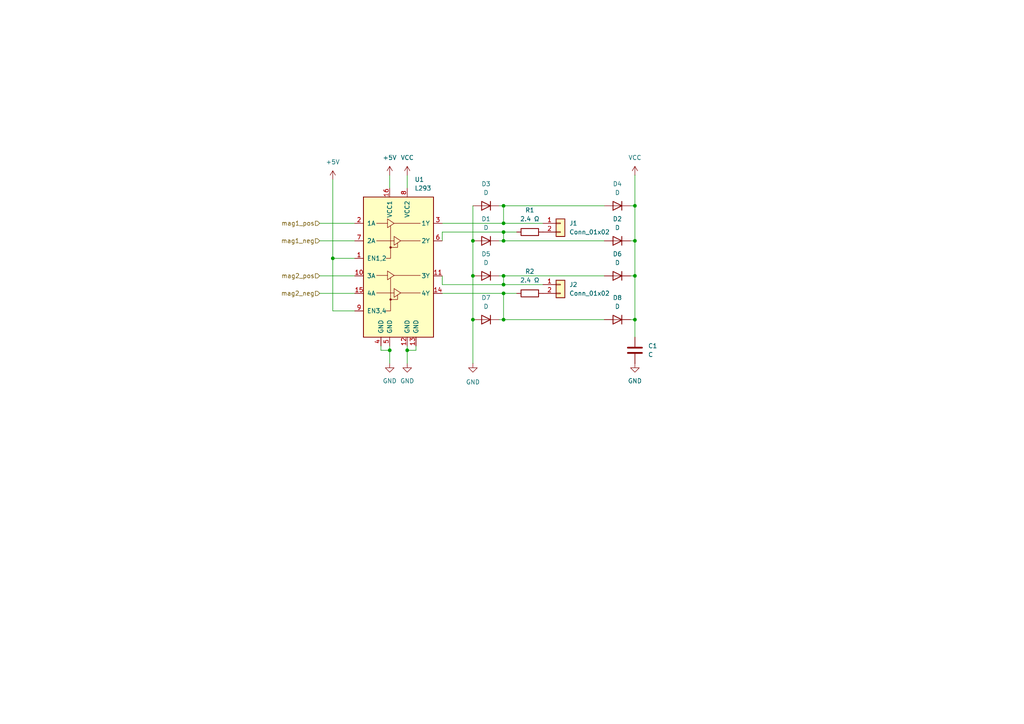
<source format=kicad_sch>
(kicad_sch (version 20250114) (generator "eeschema") (generator_version "9.0")
  (paper "A4")
  (lib_symbols
    (symbol "Connector_Generic:Conn_01x02" (pin_names (offset 1.016) (hide yes))
      (property "Reference" "J" (at 0 2.54 0))
      (property "Value" "Conn_01x02" (at 0 -5.08 0))
      (symbol "Conn_01x02_1_1"
        (rectangle (start -1.27 1.27) (end 1.27 -3.81) (stroke (width 0.254)) (fill (type background)))
        (rectangle (start -1.27 0.127) (end 0 -0.127) (stroke (width 0.1524)))
        (rectangle (start -1.27 -2.413) (end 0 -2.667) (stroke (width 0.1524)))
        (pin passive line (at -5.08 0 0) (length 3.81) (name "Pin_1") (number "1"))
        (pin passive line (at -5.08 -2.54 0) (length 3.81) (name "Pin_2") (number "2"))
      )
    )
    (symbol "Device:C" (pin_numbers (hide yes)) (pin_names (offset 0.254))
      (property "Reference" "C" (at 0.635 2.54 0))
      (property "Value" "C" (at 0.635 -2.54 0))
      (symbol "C_0_1"
        (polyline (pts (xy -2.032 0.762) (xy 2.032 0.762)) (stroke (width 0.508)))
        (polyline (pts (xy -2.032 -0.762) (xy 2.032 -0.762)) (stroke (width 0.508)))
      )
      (symbol "C_1_1"
        (pin passive line (at 0 3.81 270) (length 2.794) (name "~") (number "1"))
        (pin passive line (at 0 -3.81 90) (length 2.794) (name "~") (number "2"))
      )
    )
    (symbol "Device:D" (pin_numbers (hide yes)) (pin_names (offset 1.016) (hide yes))
      (property "Reference" "D" (at 0 2.54 0))
      (property "Value" "D" (at 0 -2.54 0))
      (symbol "D_0_1"
        (polyline (pts (xy -1.27 1.27) (xy -1.27 -1.27)) (stroke (width 0.254)))
        (polyline (pts (xy 1.27 1.27) (xy 1.27 -1.27) (xy -1.27 0) (xy 1.27 1.27)) (stroke (width 0.254)))
        (polyline (pts (xy 1.27 0) (xy -1.27 0)))
      )
      (symbol "D_1_1"
        (pin passive line (at -3.81 0 0) (length 2.54) (name "K") (number "1"))
        (pin passive line (at 3.81 0 180) (length 2.54) (name "A") (number "2"))
      )
    )
    (symbol "Device:R" (pin_numbers (hide yes)) (pin_names (offset 0))
      (property "Reference" "R" (at 2.032 0 90))
      (property "Value" "R" (at 0 0 90))
      (symbol "R_0_1"
        (rectangle (start -1.016 -2.54) (end 1.016 2.54) (stroke (width 0.254)))
      )
      (symbol "R_1_1"
        (pin passive line (at 0 3.81 270) (length 1.27) (name "~") (number "1"))
        (pin passive line (at 0 -3.81 90) (length 1.27) (name "~") (number "2"))
      )
    )
    (symbol "Driver_Motor:L293" (pin_names (offset 1.016))
      (property "Reference" "U" (at -5.08 26.035 0))
      (property "Value" "L293" (at -5.08 24.13 0))
      (symbol "L293_0_1"
        (rectangle (start -10.16 22.86) (end 10.16 -17.78) (stroke (width 0.254)) (fill (type background)))
        (polyline (pts (xy -6.35 15.24) (xy -3.175 15.24)))
        (polyline (pts (xy -6.35 10.16) (xy -1.27 10.16)))
        (polyline (pts (xy -6.35 0.127) (xy -3.175 0.127)))
        (polyline (pts (xy -6.35 -4.953) (xy -1.27 -4.953)))
        (polyline (pts (xy -3.175 16.51) (xy -3.175 13.97) (xy -1.27 15.24) (xy -3.175 16.51)))
        (polyline (pts (xy -3.175 1.397) (xy -3.175 -1.143) (xy -1.27 0.127) (xy -3.175 1.397)))
        (polyline (pts (xy -2.286 14.478) (xy -2.286 5.08) (xy -3.556 5.08)))
        (circle (center -2.286 8.255) (radius 0.254) (fill (type outline)))
        (polyline (pts (xy -2.286 8.255) (xy -0.254 8.255) (xy -0.254 9.525)))
        (polyline (pts (xy -2.286 -0.635) (xy -2.286 -10.16) (xy -3.556 -10.16)))
        (circle (center -2.286 -6.858) (radius 0.254) (fill (type outline)))
        (polyline (pts (xy -2.286 -6.858) (xy -0.254 -6.858) (xy -0.254 -5.588)))
        (polyline (pts (xy -1.27 15.24) (xy 6.35 15.24)))
        (polyline (pts (xy -1.27 11.43) (xy -1.27 8.89) (xy 0.635 10.16) (xy -1.27 11.43)))
        (polyline (pts (xy -1.27 0.127) (xy 6.35 0.127)))
        (polyline (pts (xy -1.27 -3.683) (xy -1.27 -6.223) (xy 0.635 -4.953) (xy -1.27 -3.683)))
        (polyline (pts (xy 0.635 10.16) (xy 6.35 10.16)))
        (polyline (pts (xy 0.635 -4.953) (xy 6.35 -4.953)))
      )
      (symbol "L293_1_1"
        (pin input line (at -12.7 15.24 0) (length 2.54) (name "1A") (number "2"))
        (pin input line (at -12.7 10.16 0) (length 2.54) (name "2A") (number "7"))
        (pin input line (at -12.7 5.08 0) (length 2.54) (name "EN1,2") (number "1"))
        (pin input line (at -12.7 0 0) (length 2.54) (name "3A") (number "10"))
        (pin input line (at -12.7 -5.08 0) (length 2.54) (name "4A") (number "15"))
        (pin input line (at -12.7 -10.16 0) (length 2.54) (name "EN3,4") (number "9"))
        (pin power_in line (at -5.08 -20.32 90) (length 2.54) (name "GND") (number "4"))
        (pin power_in line (at -2.54 25.4 270) (length 2.54) (name "VCC1") (number "16"))
        (pin power_in line (at -2.54 -20.32 90) (length 2.54) (name "GND") (number "5"))
        (pin power_in line (at 2.54 25.4 270) (length 2.54) (name "VCC2") (number "8"))
        (pin power_in line (at 2.54 -20.32 90) (length 2.54) (name "GND") (number "12"))
        (pin power_in line (at 5.08 -20.32 90) (length 2.54) (name "GND") (number "13"))
        (pin output line (at 12.7 15.24 180) (length 2.54) (name "1Y") (number "3"))
        (pin output line (at 12.7 10.16 180) (length 2.54) (name "2Y") (number "6"))
        (pin output line (at 12.7 0 180) (length 2.54) (name "3Y") (number "11"))
        (pin output line (at 12.7 -5.08 180) (length 2.54) (name "4Y") (number "14"))
      )
    )
    (symbol "power:+5V" (power) (pin_numbers (hide yes)) (pin_names (offset 0) (hide yes))
      (property "Value" "+5V" (at 0 3.556 0))
      (symbol "+5V_0_1"
        (polyline (pts (xy -0.762 1.27) (xy 0 2.54)))
        (polyline (pts (xy 0 2.54) (xy 0.762 1.27)))
        (polyline (pts (xy 0 0) (xy 0 2.54)))
      )
      (symbol "+5V_1_1"
        (pin power_in line (at 0 0 90) (length 0) (name "~") (number "1"))
      )
    )
    (symbol "power:GND" (power) (pin_numbers (hide yes)) (pin_names (offset 0) (hide yes))
      (property "Value" "GND" (at 0 -3.81 0))
      (symbol "GND_0_1"
        (polyline (pts (xy 0 0) (xy 0 -1.27) (xy 1.27 -1.27) (xy 0 -2.54) (xy -1.27 -1.27) (xy 0 -1.27)))
      )
      (symbol "GND_1_1"
        (pin power_in line (at 0 0 270) (length 0) (name "~") (number "1"))
      )
    )
    (symbol "power:VCC" (power) (pin_numbers (hide yes)) (pin_names (offset 0) (hide yes))
      (property "Value" "VCC" (at 0 3.556 0))
      (symbol "VCC_0_1"
        (polyline (pts (xy -0.762 1.27) (xy 0 2.54)))
        (polyline (pts (xy 0 2.54) (xy 0.762 1.27)))
        (polyline (pts (xy 0 0) (xy 0 2.54)))
      )
      (symbol "VCC_1_1"
        (pin power_in line (at 0 0 90) (length 0) (name "~") (number "1"))
      )
    )
  )
  (junction (at 184.15 59.69))
  (junction (at 146.05 82.55))
  (junction (at 184.15 92.71))
  (junction (at 146.05 69.85))
  (junction (at 137.16 92.71))
  (junction (at 118.11 101.6))
  (junction (at 184.15 80.01))
  (junction (at 137.16 69.85))
  (junction (at 184.15 69.85))
  (junction (at 146.05 64.77))
  (junction (at 146.05 85.09))
  (junction (at 137.16 80.01))
  (junction (at 146.05 80.01))
  (junction (at 146.05 59.69))
  (junction (at 96.52 74.93))
  (junction (at 146.05 67.31))
  (junction (at 146.05 92.71))
  (junction (at 113.03 101.6))
  (wire (pts (xy 146.05 67.31) (xy 146.05 69.85)))
  (wire (pts (xy 146.05 82.55) (xy 157.48 82.55)))
  (wire (pts (xy 102.87 74.93) (xy 96.52 74.93)))
  (wire (pts (xy 182.88 92.71) (xy 184.15 92.71)))
  (wire (pts (xy 128.27 85.09) (xy 146.05 85.09)))
  (wire (pts (xy 128.27 82.55) (xy 146.05 82.55)))
  (wire (pts (xy 137.16 92.71) (xy 137.16 105.41)))
  (wire (pts (xy 118.11 105.41) (xy 118.11 101.6)))
  (wire (pts (xy 184.15 69.85) (xy 184.15 80.01)))
  (wire (pts (xy 146.05 85.09) (xy 149.86 85.09)))
  (wire (pts (xy 146.05 92.71) (xy 175.26 92.71)))
  (wire (pts (xy 92.71 85.09) (xy 102.87 85.09)))
  (wire (pts (xy 102.87 90.17) (xy 96.52 90.17)))
  (wire (pts (xy 146.05 69.85) (xy 175.26 69.85)))
  (wire (pts (xy 113.03 105.41) (xy 113.03 101.6)))
  (wire (pts (xy 92.71 69.85) (xy 102.87 69.85)))
  (wire (pts (xy 146.05 59.69) (xy 175.26 59.69)))
  (wire (pts (xy 146.05 59.69) (xy 144.78 59.69)))
  (wire (pts (xy 128.27 67.31) (xy 128.27 69.85)))
  (wire (pts (xy 146.05 59.69) (xy 146.05 64.77)))
  (wire (pts (xy 120.65 101.6) (xy 118.11 101.6)))
  (wire (pts (xy 137.16 59.69) (xy 137.16 69.85)))
  (wire (pts (xy 146.05 85.09) (xy 146.05 92.71)))
  (wire (pts (xy 182.88 80.01) (xy 184.15 80.01)))
  (wire (pts (xy 120.65 100.33) (xy 120.65 101.6)))
  (wire (pts (xy 146.05 64.77) (xy 157.48 64.77)))
  (wire (pts (xy 146.05 69.85) (xy 144.78 69.85)))
  (wire (pts (xy 110.49 100.33) (xy 110.49 101.6)))
  (wire (pts (xy 96.52 90.17) (xy 96.52 74.93)))
  (wire (pts (xy 184.15 92.71) (xy 184.15 97.79)))
  (wire (pts (xy 118.11 50.8) (xy 118.11 54.61)))
  (wire (pts (xy 144.78 92.71) (xy 146.05 92.71)))
  (wire (pts (xy 184.15 59.69) (xy 184.15 69.85)))
  (wire (pts (xy 137.16 80.01) (xy 137.16 92.71)))
  (wire (pts (xy 113.03 50.8) (xy 113.03 54.61)))
  (wire (pts (xy 146.05 67.31) (xy 149.86 67.31)))
  (wire (pts (xy 184.15 80.01) (xy 184.15 92.71)))
  (wire (pts (xy 146.05 80.01) (xy 175.26 80.01)))
  (wire (pts (xy 118.11 101.6) (xy 118.11 100.33)))
  (wire (pts (xy 113.03 101.6) (xy 113.03 100.33)))
  (wire (pts (xy 146.05 80.01) (xy 146.05 82.55)))
  (wire (pts (xy 110.49 101.6) (xy 113.03 101.6)))
  (wire (pts (xy 128.27 80.01) (xy 128.27 82.55)))
  (wire (pts (xy 96.52 74.93) (xy 96.52 52.07)))
  (wire (pts (xy 128.27 67.31) (xy 146.05 67.31)))
  (wire (pts (xy 128.27 64.77) (xy 146.05 64.77)))
  (wire (pts (xy 184.15 59.69) (xy 182.88 59.69)))
  (wire (pts (xy 137.16 69.85) (xy 137.16 80.01)))
  (wire (pts (xy 182.88 69.85) (xy 184.15 69.85)))
  (wire (pts (xy 92.71 80.01) (xy 102.87 80.01)))
  (wire (pts (xy 92.71 64.77) (xy 102.87 64.77)))
  (wire (pts (xy 184.15 50.8) (xy 184.15 59.69)))
  (wire (pts (xy 144.78 80.01) (xy 146.05 80.01)))
  (hierarchical_label "mag2_neg" (shape input) (at 92.71 85.09 180))
  (hierarchical_label "mag2_pos" (shape input) (at 92.71 80.01 180))
  (hierarchical_label "mag1_neg" (shape input) (at 92.71 69.85 180))
  (hierarchical_label "mag1_pos" (shape input) (at 92.71 64.77 180))
  (symbol (lib_id "power:VCC") (at 184.15 50.8 0) (unit 1)
    (property "Reference" "#PWR06" (effects (hide yes)))
    (property "Value" "VCC" (at 184.15 45.72 0))
    (property "Description" "Power symbol creates a global label with name \"VCC\"" (effects (hide yes)))
  )
  (symbol (lib_id "power:+5V") (at 113.03 50.8 0) (unit 1)
    (property "Reference" "#PWR03" (effects (hide yes)))
    (property "Value" "+5V" (at 113.03 45.72 0))
    (property "Description" "Power symbol creates a global label with name \"+5V\"" (effects (hide yes)))
  )
  (symbol (lib_id "power:+5V") (at 96.52 52.07 0) (unit 1)
    (property "Reference" "#PWR08" (effects (hide yes)))
    (property "Value" "+5V" (at 96.52 46.99 0))
    (property "Description" "Power symbol creates a global label with name \"+5V\"" (effects (hide yes)))
  )
  (symbol (lib_id "Device:R") (at 153.67 85.09 90) (unit 1)
    (property "Reference" "R2" (at 153.67 78.74 90))
    (property "Value" "2.4 Ω" (at 153.67 81.28 90))
    (property "Footprint" "Resistor_THT:R_Axial_DIN0309_L9.0mm_D3.2mm_P12.70mm_Horizontal" (effects (hide yes)))
    (property "Description" "Resistor" (effects (hide yes)))
  )
  (symbol (lib_id "Connector_Generic:Conn_01x02") (at 162.56 82.55 0) (unit 1)
    (property "Reference" "J2" (at 165.1 82.5499 0) (effects (justify left)))
    (property "Value" "Conn_01x02" (at 165.1 85.0899 0) (effects (justify left)))
    (property "Footprint" "Connector_Wire:SolderWire-0.1sqmm_1x02_P3.6mm_D0.4mm_OD1mm" (effects (hide yes)))
    (property "Description" "Generic connector, single row, 01x02, script generated (kicad-library-utils/schlib/autogen/connector/)" (effects (hide yes)))
  )
  (symbol (lib_id "Device:D") (at 179.07 92.71 180) (unit 1)
    (property "Reference" "D8" (at 179.07 86.36 0))
    (property "Value" "D" (at 179.07 88.9 0))
    (property "Footprint" "Diode_THT:D_A-405_P7.62mm_Horizontal" (effects (hide yes)))
    (property "Description" "Diode" (effects (hide yes)))
    (property "Sim.Device" "D" (effects (hide yes)))
    (property "Sim.Pins" "1=K 2=A" (effects (hide yes)))
  )
  (symbol (lib_id "power:VCC") (at 118.11 50.8 0) (unit 1)
    (property "Reference" "#PWR05" (effects (hide yes)))
    (property "Value" "VCC" (at 118.11 45.72 0))
    (property "Description" "Power symbol creates a global label with name \"VCC\"" (effects (hide yes)))
  )
  (symbol (lib_id "Driver_Motor:L293") (at 115.57 80.01 0) (unit 1)
    (property "Reference" "U1" (at 120.2533 52.07 0) (effects (justify left)))
    (property "Value" "L293" (at 120.2533 54.61 0) (effects (justify left)))
    (property "Footprint" "Package_DIP:DIP-16_W7.62mm" (effects (hide yes)))
    (property "Datasheet" "http://www.ti.com/lit/ds/symlink/l293.pdf" (effects (hide yes)))
    (property "Description" "Quadruple Half-H Drivers" (effects (hide yes)))
  )
  (symbol (lib_id "power:GND") (at 184.15 105.41 0) (unit 1)
    (property "Reference" "#PWR07" (effects (hide yes)))
    (property "Value" "GND" (at 184.15 110.49 0))
    (property "Description" "Power symbol creates a global label with name \"GND\" , ground" (effects (hide yes)))
  )
  (symbol (lib_id "Connector_Generic:Conn_01x02") (at 162.56 64.77 0) (unit 1)
    (property "Reference" "J1" (at 165.1 64.7699 0) (effects (justify left)))
    (property "Value" "Conn_01x02" (at 165.1 67.3099 0) (effects (justify left)))
    (property "Footprint" "Connector_Wire:SolderWire-0.1sqmm_1x02_P3.6mm_D0.4mm_OD1mm" (effects (hide yes)))
    (property "Description" "Generic connector, single row, 01x02, script generated (kicad-library-utils/schlib/autogen/connector/)" (effects (hide yes)))
  )
  (symbol (lib_id "power:GND") (at 118.11 105.41 0) (unit 1)
    (property "Reference" "#PWR02" (effects (hide yes)))
    (property "Value" "GND" (at 118.11 110.49 0))
    (property "Description" "Power symbol creates a global label with name \"GND\" , ground" (effects (hide yes)))
  )
  (symbol (lib_id "Device:D") (at 179.07 80.01 180) (unit 1)
    (property "Reference" "D6" (at 179.07 73.66 0))
    (property "Value" "D" (at 179.07 76.2 0))
    (property "Footprint" "Diode_THT:D_A-405_P7.62mm_Horizontal" (effects (hide yes)))
    (property "Description" "Diode" (effects (hide yes)))
    (property "Sim.Device" "D" (effects (hide yes)))
    (property "Sim.Pins" "1=K 2=A" (effects (hide yes)))
  )
  (symbol (lib_id "Device:R") (at 153.67 67.31 90) (unit 1)
    (property "Reference" "R1" (at 153.67 60.96 90))
    (property "Value" "2.4 Ω" (at 153.67 63.5 90))
    (property "Footprint" "Resistor_THT:R_Axial_DIN0309_L9.0mm_D3.2mm_P12.70mm_Horizontal" (effects (hide yes)))
    (property "Description" "Resistor" (effects (hide yes)))
  )
  (symbol (lib_id "Device:C") (at 184.15 101.6 0) (unit 1)
    (property "Reference" "C1" (at 187.96 100.3299 0) (effects (justify left)))
    (property "Value" "C" (at 187.96 102.8699 0) (effects (justify left)))
    (property "Footprint" "Capacitor_THT:C_Radial_D4.0mm_H5.0mm_P1.50mm" (effects (hide yes)))
    (property "Description" "Unpolarized capacitor" (effects (hide yes)))
  )
  (symbol (lib_id "power:GND") (at 137.16 105.41 0) (unit 1)
    (property "Reference" "#PWR04" (effects (hide yes)))
    (property "Value" "GND" (at 137.16 110.8183 0))
    (property "Description" "Power symbol creates a global label with name \"GND\" , ground" (effects (hide yes)))
  )
  (symbol (lib_id "Device:D") (at 140.97 80.01 180) (unit 1)
    (property "Reference" "D5" (at 140.97 73.66 0))
    (property "Value" "D" (at 140.97 76.2 0))
    (property "Footprint" "Diode_THT:D_A-405_P7.62mm_Horizontal" (effects (hide yes)))
    (property "Description" "Diode" (effects (hide yes)))
    (property "Sim.Device" "D" (effects (hide yes)))
    (property "Sim.Pins" "1=K 2=A" (effects (hide yes)))
  )
  (symbol (lib_id "Device:D") (at 140.97 92.71 180) (unit 1)
    (property "Reference" "D7" (at 140.97 86.36 0))
    (property "Value" "D" (at 140.97 88.9 0))
    (property "Footprint" "Diode_THT:D_A-405_P7.62mm_Horizontal" (effects (hide yes)))
    (property "Description" "Diode" (effects (hide yes)))
    (property "Sim.Device" "D" (effects (hide yes)))
    (property "Sim.Pins" "1=K 2=A" (effects (hide yes)))
  )
  (symbol (lib_id "Device:D") (at 140.97 69.85 180) (unit 1)
    (property "Reference" "D1" (at 140.97 63.5 0))
    (property "Value" "D" (at 140.97 66.04 0))
    (property "Footprint" "Diode_THT:D_A-405_P7.62mm_Horizontal" (effects (hide yes)))
    (property "Description" "Diode" (effects (hide yes)))
    (property "Sim.Device" "D" (effects (hide yes)))
    (property "Sim.Pins" "1=K 2=A" (effects (hide yes)))
  )
  (symbol (lib_id "Device:D") (at 140.97 59.69 180) (unit 1)
    (property "Reference" "D3" (at 140.97 53.34 0))
    (property "Value" "D" (at 140.97 55.88 0))
    (property "Footprint" "Diode_THT:D_A-405_P7.62mm_Horizontal" (effects (hide yes)))
    (property "Description" "Diode" (effects (hide yes)))
    (property "Sim.Device" "D" (effects (hide yes)))
    (property "Sim.Pins" "1=K 2=A" (effects (hide yes)))
  )
  (symbol (lib_id "Device:D") (at 179.07 59.69 180) (unit 1)
    (property "Reference" "D4" (at 179.07 53.34 0))
    (property "Value" "D" (at 179.07 55.88 0))
    (property "Footprint" "Diode_THT:D_A-405_P7.62mm_Horizontal" (effects (hide yes)))
    (property "Description" "Diode" (effects (hide yes)))
    (property "Sim.Device" "D" (effects (hide yes)))
    (property "Sim.Pins" "1=K 2=A" (effects (hide yes)))
  )
  (symbol (lib_id "Device:D") (at 179.07 69.85 180) (unit 1)
    (property "Reference" "D2" (at 179.07 63.5 0))
    (property "Value" "D" (at 179.07 66.04 0))
    (property "Footprint" "Diode_THT:D_A-405_P7.62mm_Horizontal" (effects (hide yes)))
    (property "Description" "Diode" (effects (hide yes)))
    (property "Sim.Device" "D" (effects (hide yes)))
    (property "Sim.Pins" "1=K 2=A" (effects (hide yes)))
  )
  (symbol (lib_id "power:GND") (at 113.03 105.41 0) (unit 1)
    (property "Reference" "#PWR01" (effects (hide yes)))
    (property "Value" "GND" (at 113.03 110.49 0))
    (property "Description" "Power symbol creates a global label with name \"GND\" , ground" (effects (hide yes)))
  )
)
</source>
